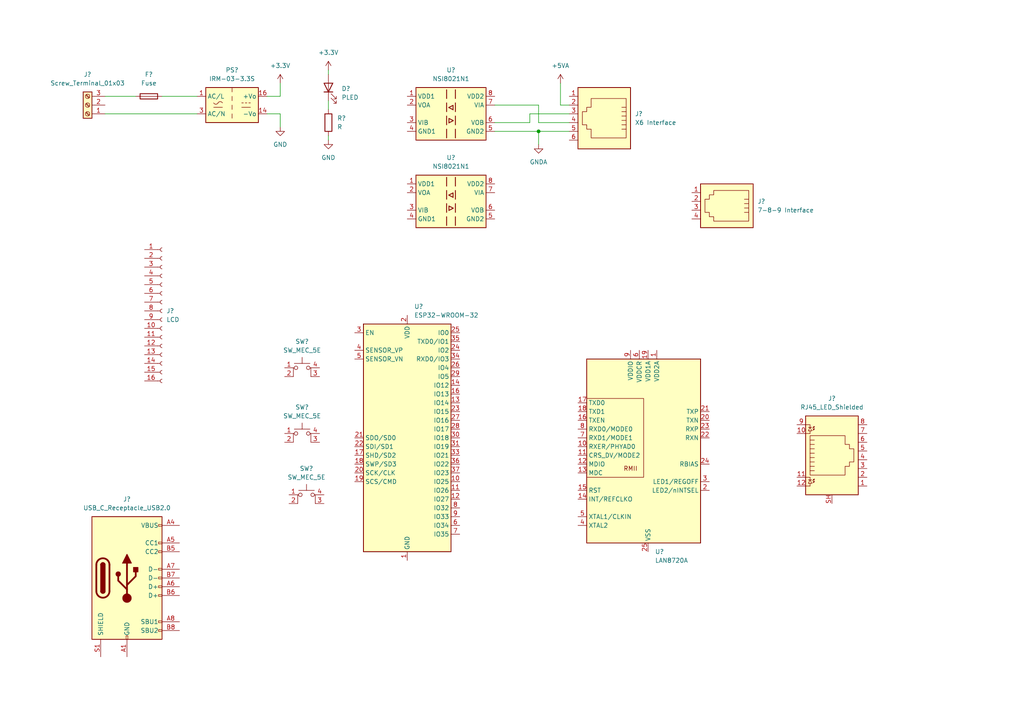
<source format=kicad_sch>
(kicad_sch (version 20211123) (generator eeschema)
  (paper "A4")
  (lib_symbols
    (symbol "Connector:Conn_01x16_Female" (pin_names (offset 1.016) hide)
      (property "Reference" "J" (at 0 20.32 0))
      (property "Value" "Conn_01x16_Female" (at 0 -22.86 0))
      (symbol "Conn_01x16_Female_1_1"
        (arc (start 0 -19.812) (mid -0.508 -20.32) (end 0 -20.828) (stroke (width 0.1524)))
        (arc (start 0 -17.272) (mid -0.508 -17.78) (end 0 -18.288) (stroke (width 0.1524)))
        (arc (start 0 -14.732) (mid -0.508 -15.24) (end 0 -15.748) (stroke (width 0.1524)))
        (arc (start 0 -12.192) (mid -0.508 -12.7) (end 0 -13.208) (stroke (width 0.1524)))
        (arc (start 0 -9.652) (mid -0.508 -10.16) (end 0 -10.668) (stroke (width 0.1524)))
        (arc (start 0 -7.112) (mid -0.508 -7.62) (end 0 -8.128) (stroke (width 0.1524)))
        (arc (start 0 -4.572) (mid -0.508 -5.08) (end 0 -5.588) (stroke (width 0.1524)))
        (arc (start 0 -2.032) (mid -0.508 -2.54) (end 0 -3.048) (stroke (width 0.1524)))
        (polyline (pts (xy -1.27 -20.32) (xy -0.508 -20.32)) (stroke (width 0.1524)))
        (polyline (pts (xy -1.27 -17.78) (xy -0.508 -17.78)) (stroke (width 0.1524)))
        (polyline (pts (xy -1.27 -15.24) (xy -0.508 -15.24)) (stroke (width 0.1524)))
        (polyline (pts (xy -1.27 -12.7) (xy -0.508 -12.7)) (stroke (width 0.1524)))
        (polyline (pts (xy -1.27 -10.16) (xy -0.508 -10.16)) (stroke (width 0.1524)))
        (polyline (pts (xy -1.27 -7.62) (xy -0.508 -7.62)) (stroke (width 0.1524)))
        (polyline (pts (xy -1.27 -5.08) (xy -0.508 -5.08)) (stroke (width 0.1524)))
        (polyline (pts (xy -1.27 -2.54) (xy -0.508 -2.54)) (stroke (width 0.1524)))
        (polyline (pts (xy -1.27 0) (xy -0.508 0)) (stroke (width 0.1524)))
        (polyline (pts (xy -1.27 2.54) (xy -0.508 2.54)) (stroke (width 0.1524)))
        (polyline (pts (xy -1.27 5.08) (xy -0.508 5.08)) (stroke (width 0.1524)))
        (polyline (pts (xy -1.27 7.62) (xy -0.508 7.62)) (stroke (width 0.1524)))
        (polyline (pts (xy -1.27 10.16) (xy -0.508 10.16)) (stroke (width 0.1524)))
        (polyline (pts (xy -1.27 12.7) (xy -0.508 12.7)) (stroke (width 0.1524)))
        (polyline (pts (xy -1.27 15.24) (xy -0.508 15.24)) (stroke (width 0.1524)))
        (polyline (pts (xy -1.27 17.78) (xy -0.508 17.78)) (stroke (width 0.1524)))
        (arc (start 0 0.508) (mid -0.508 0) (end 0 -0.508) (stroke (width 0.1524)))
        (arc (start 0 3.048) (mid -0.508 2.54) (end 0 2.032) (stroke (width 0.1524)))
        (arc (start 0 5.588) (mid -0.508 5.08) (end 0 4.572) (stroke (width 0.1524)))
        (arc (start 0 8.128) (mid -0.508 7.62) (end 0 7.112) (stroke (width 0.1524)))
        (arc (start 0 10.668) (mid -0.508 10.16) (end 0 9.652) (stroke (width 0.1524)))
        (arc (start 0 13.208) (mid -0.508 12.7) (end 0 12.192) (stroke (width 0.1524)))
        (arc (start 0 15.748) (mid -0.508 15.24) (end 0 14.732) (stroke (width 0.1524)))
        (arc (start 0 18.288) (mid -0.508 17.78) (end 0 17.272) (stroke (width 0.1524)))
        (pin passive line (at -5.08 17.78 0) (length 3.81) (name "Pin_1") (number "1"))
        (pin passive line (at -5.08 -5.08 0) (length 3.81) (name "Pin_10") (number "10"))
        (pin passive line (at -5.08 -7.62 0) (length 3.81) (name "Pin_11") (number "11"))
        (pin passive line (at -5.08 -10.16 0) (length 3.81) (name "Pin_12") (number "12"))
        (pin passive line (at -5.08 -12.7 0) (length 3.81) (name "Pin_13") (number "13"))
        (pin passive line (at -5.08 -15.24 0) (length 3.81) (name "Pin_14") (number "14"))
        (pin passive line (at -5.08 -17.78 0) (length 3.81) (name "Pin_15") (number "15"))
        (pin passive line (at -5.08 -20.32 0) (length 3.81) (name "Pin_16") (number "16"))
        (pin passive line (at -5.08 15.24 0) (length 3.81) (name "Pin_2") (number "2"))
        (pin passive line (at -5.08 12.7 0) (length 3.81) (name "Pin_3") (number "3"))
        (pin passive line (at -5.08 10.16 0) (length 3.81) (name "Pin_4") (number "4"))
        (pin passive line (at -5.08 7.62 0) (length 3.81) (name "Pin_5") (number "5"))
        (pin passive line (at -5.08 5.08 0) (length 3.81) (name "Pin_6") (number "6"))
        (pin passive line (at -5.08 2.54 0) (length 3.81) (name "Pin_7") (number "7"))
        (pin passive line (at -5.08 0 0) (length 3.81) (name "Pin_8") (number "8"))
        (pin passive line (at -5.08 -2.54 0) (length 3.81) (name "Pin_9") (number "9"))
      )
    )
    (symbol "Connector:RJ12" (pin_names (offset 1.016))
      (property "Reference" "J" (at -5.08 11.43 0))
      (property "Value" "RJ12" (at 2.54 11.43 0))
      (symbol "RJ12_0_1"
        (polyline (pts (xy -6.35 -1.905) (xy -5.08 -1.905) (xy -5.08 -1.905)))
        (polyline (pts (xy -6.35 -0.635) (xy -5.08 -0.635) (xy -5.08 -0.635)))
        (polyline (pts (xy -6.35 0.635) (xy -5.08 0.635) (xy -5.08 0.635)))
        (polyline (pts (xy -6.35 1.905) (xy -5.08 1.905) (xy -5.08 1.905)))
        (polyline (pts (xy -6.35 3.175) (xy -5.08 3.175) (xy -5.08 3.175)))
        (polyline (pts (xy -5.08 4.445) (xy -6.35 4.445) (xy -6.35 4.445)))
        (polyline (pts (xy -6.35 -4.445) (xy -6.35 6.985) (xy 3.81 6.985) (xy 3.81 4.445) (xy 5.08 4.445) (xy 5.08 3.175) (xy 6.35 3.175) (xy 6.35 -0.635) (xy 5.08 -0.635) (xy 5.08 -1.905) (xy 3.81 -1.905) (xy 3.81 -4.445) (xy -6.35 -4.445) (xy -6.35 -4.445)))
        (rectangle (start 7.62 10.16) (end -7.62 -7.62) (stroke (width 0.254)) (fill (type background)))
      )
      (symbol "RJ12_1_1"
        (pin passive line (at 10.16 -5.08 180) (length 2.54) (name "~") (number "1"))
        (pin passive line (at 10.16 -2.54 180) (length 2.54) (name "~") (number "2"))
        (pin passive line (at 10.16 0 180) (length 2.54) (name "~") (number "3"))
        (pin passive line (at 10.16 2.54 180) (length 2.54) (name "~") (number "4"))
        (pin passive line (at 10.16 5.08 180) (length 2.54) (name "~") (number "5"))
        (pin passive line (at 10.16 7.62 180) (length 2.54) (name "~") (number "6"))
      )
    )
    (symbol "Connector:RJ45_LED_Shielded" (pin_names (offset 1.016))
      (property "Reference" "J" (at -5.08 13.97 0))
      (property "Value" "RJ45_LED_Shielded" (at 1.27 13.97 0))
      (symbol "RJ45_LED_Shielded_0_1"
        (polyline (pts (xy -7.62 -7.62) (xy -6.35 -7.62)))
        (polyline (pts (xy -7.62 -5.08) (xy -6.35 -5.08)))
        (polyline (pts (xy -7.62 7.62) (xy -6.35 7.62)))
        (polyline (pts (xy -7.62 10.16) (xy -6.35 10.16)))
        (polyline (pts (xy -6.858 -5.842) (xy -5.842 -5.842)))
        (polyline (pts (xy -6.858 9.398) (xy -5.842 9.398)))
        (polyline (pts (xy -6.35 -7.62) (xy -6.35 -6.858)))
        (polyline (pts (xy -6.35 -5.08) (xy -6.35 -5.842)))
        (polyline (pts (xy -6.35 7.62) (xy -6.35 8.382)))
        (polyline (pts (xy -6.35 10.16) (xy -6.35 9.398)))
        (polyline (pts (xy -5.08 -6.223) (xy -5.207 -6.604)))
        (polyline (pts (xy -5.08 -5.588) (xy -5.207 -5.969)))
        (polyline (pts (xy -5.08 4.445) (xy -6.35 4.445)))
        (polyline (pts (xy -5.08 5.715) (xy -6.35 5.715)))
        (polyline (pts (xy -5.08 9.017) (xy -5.207 8.636)))
        (polyline (pts (xy -5.08 9.652) (xy -5.207 9.271)))
        (polyline (pts (xy -6.35 -3.175) (xy -5.08 -3.175) (xy -5.08 -3.175)))
        (polyline (pts (xy -6.35 -1.905) (xy -5.08 -1.905) (xy -5.08 -1.905)))
        (polyline (pts (xy -6.35 -0.635) (xy -5.08 -0.635) (xy -5.08 -0.635)))
        (polyline (pts (xy -6.35 0.635) (xy -5.08 0.635) (xy -5.08 0.635)))
        (polyline (pts (xy -6.35 1.905) (xy -5.08 1.905) (xy -5.08 1.905)))
        (polyline (pts (xy -5.588 -6.731) (xy -5.08 -6.223) (xy -5.461 -6.35)))
        (polyline (pts (xy -5.588 -6.096) (xy -5.08 -5.588) (xy -5.461 -5.715)))
        (polyline (pts (xy -5.588 8.509) (xy -5.08 9.017) (xy -5.461 8.89)))
        (polyline (pts (xy -5.588 9.144) (xy -5.08 9.652) (xy -5.461 9.525)))
        (polyline (pts (xy -5.08 3.175) (xy -6.35 3.175) (xy -6.35 3.175)))
        (polyline (pts (xy -6.35 -5.842) (xy -6.858 -6.858) (xy -5.842 -6.858) (xy -6.35 -5.842)))
        (polyline (pts (xy -6.35 9.398) (xy -6.858 8.382) (xy -5.842 8.382) (xy -6.35 9.398)))
        (polyline (pts (xy -6.35 -4.445) (xy -6.35 6.985) (xy 3.81 6.985) (xy 3.81 4.445) (xy 5.08 4.445) (xy 5.08 3.175) (xy 6.35 3.175) (xy 6.35 -0.635) (xy 5.08 -0.635) (xy 5.08 -1.905) (xy 3.81 -1.905) (xy 3.81 -4.445) (xy -6.35 -4.445) (xy -6.35 -4.445)))
        (rectangle (start 7.62 12.7) (end -7.62 -10.16) (stroke (width 0.254)) (fill (type background)))
      )
      (symbol "RJ45_LED_Shielded_1_1"
        (pin passive line (at 10.16 -7.62 180) (length 2.54) (name "~") (number "1"))
        (pin passive line (at -10.16 7.62 0) (length 2.54) (name "~") (number "10"))
        (pin passive line (at -10.16 -5.08 0) (length 2.54) (name "~") (number "11"))
        (pin passive line (at -10.16 -7.62 0) (length 2.54) (name "~") (number "12"))
        (pin passive line (at 10.16 -5.08 180) (length 2.54) (name "~") (number "2"))
        (pin passive line (at 10.16 -2.54 180) (length 2.54) (name "~") (number "3"))
        (pin passive line (at 10.16 0 180) (length 2.54) (name "~") (number "4"))
        (pin passive line (at 10.16 2.54 180) (length 2.54) (name "~") (number "5"))
        (pin passive line (at 10.16 5.08 180) (length 2.54) (name "~") (number "6"))
        (pin passive line (at 10.16 7.62 180) (length 2.54) (name "~") (number "7"))
        (pin passive line (at 10.16 10.16 180) (length 2.54) (name "~") (number "8"))
        (pin passive line (at -10.16 10.16 0) (length 2.54) (name "~") (number "9"))
        (pin passive line (at 0 -12.7 90) (length 2.54) (name "~") (number "SH"))
      )
    )
    (symbol "Connector:RJ9" (pin_names (offset 1.016))
      (property "Reference" "J" (at -5.08 8.89 0))
      (property "Value" "RJ9" (at 2.54 8.89 0))
      (symbol "RJ9_0_1"
        (polyline (pts (xy -6.35 -0.635) (xy -5.08 -0.635) (xy -5.08 -0.635)))
        (polyline (pts (xy -6.35 0.635) (xy -5.08 0.635) (xy -5.08 0.635)))
        (polyline (pts (xy -6.35 1.905) (xy -5.08 1.905) (xy -5.08 1.905)))
        (polyline (pts (xy -6.35 3.175) (xy -5.08 3.175) (xy -5.08 3.175)))
        (polyline (pts (xy -6.35 -3.175) (xy -6.35 5.715) (xy -1.27 5.715) (xy 3.81 5.715) (xy 3.81 4.445) (xy 5.08 4.445) (xy 5.08 3.175) (xy 6.35 3.175) (xy 6.35 -0.635) (xy 5.08 -0.635) (xy 5.08 -1.905) (xy 3.81 -1.905) (xy 3.81 -3.175) (xy -6.35 -3.175) (xy -6.35 -3.175)))
        (rectangle (start 7.62 7.62) (end -7.62 -5.08) (stroke (width 0.254)) (fill (type background)))
      )
      (symbol "RJ9_1_1"
        (pin passive line (at 10.16 -2.54 180) (length 2.54) (name "~") (number "1"))
        (pin passive line (at 10.16 0 180) (length 2.54) (name "~") (number "2"))
        (pin passive line (at 10.16 2.54 180) (length 2.54) (name "~") (number "3"))
        (pin passive line (at 10.16 5.08 180) (length 2.54) (name "~") (number "4"))
      )
    )
    (symbol "Connector:Screw_Terminal_01x03" (pin_names (offset 1.016) hide)
      (property "Reference" "J" (at 0 5.08 0))
      (property "Value" "Screw_Terminal_01x03" (at 0 -5.08 0))
      (symbol "Screw_Terminal_01x03_1_1"
        (rectangle (start -1.27 3.81) (end 1.27 -3.81) (stroke (width 0.254)) (fill (type background)))
        (circle (center 0 -2.54) (radius 0.635) (stroke (width 0.1524)))
        (polyline (pts (xy -0.5334 -2.2098) (xy 0.3302 -3.048)) (stroke (width 0.1524)))
        (polyline (pts (xy -0.5334 0.3302) (xy 0.3302 -0.508)) (stroke (width 0.1524)))
        (polyline (pts (xy -0.5334 2.8702) (xy 0.3302 2.032)) (stroke (width 0.1524)))
        (polyline (pts (xy -0.3556 -2.032) (xy 0.508 -2.8702)) (stroke (width 0.1524)))
        (polyline (pts (xy -0.3556 0.508) (xy 0.508 -0.3302)) (stroke (width 0.1524)))
        (polyline (pts (xy -0.3556 3.048) (xy 0.508 2.2098)) (stroke (width 0.1524)))
        (circle (center 0 0) (radius 0.635) (stroke (width 0.1524)))
        (circle (center 0 2.54) (radius 0.635) (stroke (width 0.1524)))
        (pin passive line (at -5.08 2.54 0) (length 3.81) (name "Pin_1") (number "1"))
        (pin passive line (at -5.08 0 0) (length 3.81) (name "Pin_2") (number "2"))
        (pin passive line (at -5.08 -2.54 0) (length 3.81) (name "Pin_3") (number "3"))
      )
    )
    (symbol "Connector:USB_C_Receptacle_USB2.0" (pin_names (offset 1.016))
      (property "Reference" "J" (at -10.16 19.05 0))
      (property "Value" "USB_C_Receptacle_USB2.0" (at 19.05 19.05 0))
      (symbol "USB_C_Receptacle_USB2.0_0_0"
        (rectangle (start -0.254 -17.78) (end 0.254 -16.764))
        (rectangle (start 10.16 -14.986) (end 9.144 -15.494))
        (rectangle (start 10.16 -12.446) (end 9.144 -12.954))
        (rectangle (start 10.16 -4.826) (end 9.144 -5.334))
        (rectangle (start 10.16 -2.286) (end 9.144 -2.794))
        (rectangle (start 10.16 0.254) (end 9.144 -0.254))
        (rectangle (start 10.16 2.794) (end 9.144 2.286))
        (rectangle (start 10.16 7.874) (end 9.144 7.366))
        (rectangle (start 10.16 10.414) (end 9.144 9.906))
        (rectangle (start 10.16 15.494) (end 9.144 14.986))
      )
      (symbol "USB_C_Receptacle_USB2.0_0_1"
        (rectangle (start -10.16 17.78) (end 10.16 -17.78) (stroke (width 0.254)) (fill (type background)))
        (arc (start -8.89 -3.81) (mid -6.985 -5.715) (end -5.08 -3.81) (stroke (width 0.508)))
        (arc (start -7.62 -3.81) (mid -6.985 -4.445) (end -6.35 -3.81) (stroke (width 0.254)))
        (arc (start -7.62 -3.81) (mid -6.985 -4.445) (end -6.35 -3.81) (stroke (width 0.254)) (fill (type outline)))
        (rectangle (start -7.62 -3.81) (end -6.35 3.81) (stroke (width 0.254)) (fill (type outline)))
        (arc (start -6.35 3.81) (mid -6.985 4.445) (end -7.62 3.81) (stroke (width 0.254)))
        (arc (start -6.35 3.81) (mid -6.985 4.445) (end -7.62 3.81) (stroke (width 0.254)) (fill (type outline)))
        (arc (start -5.08 3.81) (mid -6.985 5.715) (end -8.89 3.81) (stroke (width 0.508)))
        (circle (center -2.54 1.143) (radius 0.635) (stroke (width 0.254)) (fill (type outline)))
        (circle (center 0 -5.842) (radius 1.27) (fill (type outline)))
        (polyline (pts (xy -8.89 -3.81) (xy -8.89 3.81)) (stroke (width 0.508)))
        (polyline (pts (xy -5.08 3.81) (xy -5.08 -3.81)) (stroke (width 0.508)))
        (polyline (pts (xy 0 -5.842) (xy 0 4.318)) (stroke (width 0.508)))
        (polyline (pts (xy 0 -3.302) (xy -2.54 -0.762) (xy -2.54 0.508)) (stroke (width 0.508)))
        (polyline (pts (xy 0 -2.032) (xy 2.54 0.508) (xy 2.54 1.778)) (stroke (width 0.508)))
        (polyline (pts (xy -1.27 4.318) (xy 0 6.858) (xy 1.27 4.318) (xy -1.27 4.318)) (stroke (width 0.254)) (fill (type outline)))
        (rectangle (start 1.905 1.778) (end 3.175 3.048) (stroke (width 0.254)) (fill (type outline)))
      )
      (symbol "USB_C_Receptacle_USB2.0_1_1"
        (pin passive line (at 0 -22.86 90) (length 5.08) (name "GND") (number "A1"))
        (pin passive line (at 0 -22.86 90) (length 5.08) hide (name "GND") (number "A12"))
        (pin passive line (at 15.24 15.24 180) (length 5.08) (name "VBUS") (number "A4"))
        (pin bidirectional line (at 15.24 10.16 180) (length 5.08) (name "CC1") (number "A5"))
        (pin bidirectional line (at 15.24 -2.54 180) (length 5.08) (name "D+") (number "A6"))
        (pin bidirectional line (at 15.24 2.54 180) (length 5.08) (name "D-") (number "A7"))
        (pin bidirectional line (at 15.24 -12.7 180) (length 5.08) (name "SBU1") (number "A8"))
        (pin passive line (at 15.24 15.24 180) (length 5.08) hide (name "VBUS") (number "A9"))
        (pin passive line (at 0 -22.86 90) (length 5.08) hide (name "GND") (number "B1"))
        (pin passive line (at 0 -22.86 90) (length 5.08) hide (name "GND") (number "B12"))
        (pin passive line (at 15.24 15.24 180) (length 5.08) hide (name "VBUS") (number "B4"))
        (pin bidirectional line (at 15.24 7.62 180) (length 5.08) (name "CC2") (number "B5"))
        (pin bidirectional line (at 15.24 -5.08 180) (length 5.08) (name "D+") (number "B6"))
        (pin bidirectional line (at 15.24 0 180) (length 5.08) (name "D-") (number "B7"))
        (pin bidirectional line (at 15.24 -15.24 180) (length 5.08) (name "SBU2") (number "B8"))
        (pin passive line (at 15.24 15.24 180) (length 5.08) hide (name "VBUS") (number "B9"))
        (pin passive line (at -7.62 -22.86 90) (length 5.08) (name "SHIELD") (number "S1"))
      )
    )
    (symbol "Converter_ACDC:IRM-03-3.3S"
      (property "Reference" "PS" (at 0 6.35 0))
      (property "Value" "IRM-03-3.3S" (at 0 -6.35 0))
      (symbol "IRM-03-3.3S_0_1"
        (rectangle (start -7.62 5.08) (end 7.62 -5.08) (stroke (width 0.254)) (fill (type background)))
        (arc (start -5.334 0.635) (mid -4.699 0.2495) (end -4.064 0.635))
        (arc (start -2.794 0.635) (mid -3.429 1.0072) (end -4.064 0.635))
        (polyline (pts (xy -5.334 -0.635) (xy -2.794 -0.635)))
        (polyline (pts (xy 0 -2.54) (xy 0 -3.81)))
        (polyline (pts (xy 0 0) (xy 0 -1.27)))
        (polyline (pts (xy 0 2.54) (xy 0 1.27)))
        (polyline (pts (xy 0 5.08) (xy 0 3.81)))
        (polyline (pts (xy 2.794 -0.635) (xy 5.334 -0.635)))
        (polyline (pts (xy 2.794 0.635) (xy 3.302 0.635)))
        (polyline (pts (xy 3.81 0.635) (xy 4.318 0.635)))
        (polyline (pts (xy 4.826 0.635) (xy 5.334 0.635)))
      )
      (symbol "IRM-03-3.3S_1_1"
        (pin power_in line (at -10.16 2.54 0) (length 2.54) (name "AC/L") (number "1"))
        (pin power_out line (at 10.16 -2.54 180) (length 2.54) (name "-Vo") (number "14"))
        (pin power_out line (at 10.16 2.54 180) (length 2.54) (name "+Vo") (number "16"))
        (pin power_in line (at -10.16 -2.54 0) (length 2.54) (name "AC/N") (number "3"))
      )
    )
    (symbol "Device:Fuse" (pin_numbers hide) (pin_names (offset 0))
      (property "Reference" "F" (at 2.032 0 90))
      (property "Value" "Fuse" (at -1.905 0 90))
      (symbol "Fuse_0_1"
        (rectangle (start -0.762 -2.54) (end 0.762 2.54) (stroke (width 0.254)))
        (polyline (pts (xy 0 2.54) (xy 0 -2.54)))
      )
      (symbol "Fuse_1_1"
        (pin passive line (at 0 3.81 270) (length 1.27) (name "~") (number "1"))
        (pin passive line (at 0 -3.81 90) (length 1.27) (name "~") (number "2"))
      )
    )
    (symbol "Device:LED" (pin_numbers hide) (pin_names (offset 1.016) hide)
      (property "Reference" "D" (at 0 2.54 0))
      (property "Value" "LED" (at 0 -2.54 0))
      (symbol "LED_0_1"
        (polyline (pts (xy -1.27 -1.27) (xy -1.27 1.27)) (stroke (width 0.254)))
        (polyline (pts (xy -1.27 0) (xy 1.27 0)))
        (polyline (pts (xy 1.27 -1.27) (xy 1.27 1.27) (xy -1.27 0) (xy 1.27 -1.27)) (stroke (width 0.254)))
        (polyline (pts (xy -3.048 -0.762) (xy -4.572 -2.286) (xy -3.81 -2.286) (xy -4.572 -2.286) (xy -4.572 -1.524)))
        (polyline (pts (xy -1.778 -0.762) (xy -3.302 -2.286) (xy -2.54 -2.286) (xy -3.302 -2.286) (xy -3.302 -1.524)))
      )
      (symbol "LED_1_1"
        (pin passive line (at -3.81 0 0) (length 2.54) (name "K") (number "1"))
        (pin passive line (at 3.81 0 180) (length 2.54) (name "A") (number "2"))
      )
    )
    (symbol "Device:R" (pin_numbers hide) (pin_names (offset 0))
      (property "Reference" "R" (at 2.032 0 90))
      (property "Value" "R" (at 0 0 90))
      (symbol "R_0_1"
        (rectangle (start -1.016 -2.54) (end 1.016 2.54) (stroke (width 0.254)))
      )
      (symbol "R_1_1"
        (pin passive line (at 0 3.81 270) (length 1.27) (name "~") (number "1"))
        (pin passive line (at 0 -3.81 90) (length 1.27) (name "~") (number "2"))
      )
    )
    (symbol "Interface_Ethernet:LAN8720A"
      (property "Reference" "U" (at -13.97 29.21 0))
      (property "Value" "LAN8720A" (at 15.24 29.21 0))
      (symbol "LAN8720A_0_0"
        (text "RMII" (at -5.08 -3.81 0) (effects (font (size 1.27 1.27))))
      )
      (symbol "LAN8720A_0_1"
        (rectangle (start -17.78 27.94) (end 15.24 -25.4) (stroke (width 0.254)) (fill (type background)))
        (polyline (pts (xy -17.78 -6.35) (xy -1.27 -6.35) (xy -1.27 16.51) (xy -17.78 16.51)))
      )
      (symbol "LAN8720A_1_1"
        (pin power_in line (at 2.54 30.48 270) (length 2.54) (name "VDD2A") (number "1"))
        (pin output line (at -20.32 2.54 0) (length 2.54) (name "RXER/PHYAD0") (number "10"))
        (pin output line (at -20.32 0 0) (length 2.54) (name "CRS_DV/MODE2") (number "11"))
        (pin bidirectional line (at -20.32 -2.54 0) (length 2.54) (name "MDIO") (number "12"))
        (pin input line (at -20.32 -5.08 0) (length 2.54) (name "MDC") (number "13"))
        (pin output line (at -20.32 -12.7 0) (length 2.54) (name "INT/REFCLKO") (number "14"))
        (pin input line (at -20.32 -10.16 0) (length 2.54) (name "RST") (number "15"))
        (pin input line (at -20.32 10.16 0) (length 2.54) (name "TXEN") (number "16"))
        (pin input line (at -20.32 15.24 0) (length 2.54) (name "TXD0") (number "17"))
        (pin input line (at -20.32 12.7 0) (length 2.54) (name "TXD1") (number "18"))
        (pin power_in line (at 0 30.48 270) (length 2.54) (name "VDD1A") (number "19"))
        (pin bidirectional line (at 17.78 -10.16 180) (length 2.54) (name "LED2/nINTSEL") (number "2"))
        (pin output line (at 17.78 10.16 180) (length 2.54) (name "TXN") (number "20"))
        (pin output line (at 17.78 12.7 180) (length 2.54) (name "TXP") (number "21"))
        (pin output line (at 17.78 5.08 180) (length 2.54) (name "RXN") (number "22"))
        (pin output line (at 17.78 7.62 180) (length 2.54) (name "RXP") (number "23"))
        (pin input line (at 17.78 -2.54 180) (length 2.54) (name "RBIAS") (number "24"))
        (pin power_in line (at 0 -27.94 90) (length 2.54) (name "VSS") (number "25"))
        (pin bidirectional line (at 17.78 -7.62 180) (length 2.54) (name "LED1/REGOFF") (number "3"))
        (pin passive line (at -20.32 -20.32 0) (length 2.54) (name "XTAL2") (number "4"))
        (pin passive line (at -20.32 -17.78 0) (length 2.54) (name "XTAL1/CLKIN") (number "5"))
        (pin power_in line (at -2.54 30.48 270) (length 2.54) (name "VDDCR") (number "6"))
        (pin output line (at -20.32 5.08 0) (length 2.54) (name "RXD1/MODE1") (number "7"))
        (pin output line (at -20.32 7.62 0) (length 2.54) (name "RXD0/MODE0") (number "8"))
        (pin power_in line (at -5.08 30.48 270) (length 2.54) (name "VDDIO") (number "9"))
      )
    )
    (symbol "RF_Module:ESP32-WROOM-32"
      (property "Reference" "U" (at -12.7 34.29 0))
      (property "Value" "ESP32-WROOM-32" (at 1.27 34.29 0))
      (symbol "ESP32-WROOM-32_0_1"
        (rectangle (start -12.7 33.02) (end 12.7 -33.02) (stroke (width 0.254)) (fill (type background)))
      )
      (symbol "ESP32-WROOM-32_1_1"
        (pin power_in line (at 0 -35.56 90) (length 2.54) (name "GND") (number "1"))
        (pin bidirectional line (at 15.24 -12.7 180) (length 2.54) (name "IO25") (number "10"))
        (pin bidirectional line (at 15.24 -15.24 180) (length 2.54) (name "IO26") (number "11"))
        (pin bidirectional line (at 15.24 -17.78 180) (length 2.54) (name "IO27") (number "12"))
        (pin bidirectional line (at 15.24 10.16 180) (length 2.54) (name "IO14") (number "13"))
        (pin bidirectional line (at 15.24 15.24 180) (length 2.54) (name "IO12") (number "14"))
        (pin passive line (at 0 -35.56 90) (length 2.54) hide (name "GND") (number "15"))
        (pin bidirectional line (at 15.24 12.7 180) (length 2.54) (name "IO13") (number "16"))
        (pin bidirectional line (at -15.24 -5.08 0) (length 2.54) (name "SHD/SD2") (number "17"))
        (pin bidirectional line (at -15.24 -7.62 0) (length 2.54) (name "SWP/SD3") (number "18"))
        (pin bidirectional line (at -15.24 -12.7 0) (length 2.54) (name "SCS/CMD") (number "19"))
        (pin power_in line (at 0 35.56 270) (length 2.54) (name "VDD") (number "2"))
        (pin bidirectional line (at -15.24 -10.16 0) (length 2.54) (name "SCK/CLK") (number "20"))
        (pin bidirectional line (at -15.24 0 0) (length 2.54) (name "SDO/SD0") (number "21"))
        (pin bidirectional line (at -15.24 -2.54 0) (length 2.54) (name "SDI/SD1") (number "22"))
        (pin bidirectional line (at 15.24 7.62 180) (length 2.54) (name "IO15") (number "23"))
        (pin bidirectional line (at 15.24 25.4 180) (length 2.54) (name "IO2") (number "24"))
        (pin bidirectional line (at 15.24 30.48 180) (length 2.54) (name "IO0") (number "25"))
        (pin bidirectional line (at 15.24 20.32 180) (length 2.54) (name "IO4") (number "26"))
        (pin bidirectional line (at 15.24 5.08 180) (length 2.54) (name "IO16") (number "27"))
        (pin bidirectional line (at 15.24 2.54 180) (length 2.54) (name "IO17") (number "28"))
        (pin bidirectional line (at 15.24 17.78 180) (length 2.54) (name "IO5") (number "29"))
        (pin input line (at -15.24 30.48 0) (length 2.54) (name "EN") (number "3"))
        (pin bidirectional line (at 15.24 0 180) (length 2.54) (name "IO18") (number "30"))
        (pin bidirectional line (at 15.24 -2.54 180) (length 2.54) (name "IO19") (number "31"))
        (pin no_connect line (at -12.7 -27.94 0) (length 2.54) hide (name "NC") (number "32"))
        (pin bidirectional line (at 15.24 -5.08 180) (length 2.54) (name "IO21") (number "33"))
        (pin bidirectional line (at 15.24 22.86 180) (length 2.54) (name "RXD0/IO3") (number "34"))
        (pin bidirectional line (at 15.24 27.94 180) (length 2.54) (name "TXD0/IO1") (number "35"))
        (pin bidirectional line (at 15.24 -7.62 180) (length 2.54) (name "IO22") (number "36"))
        (pin bidirectional line (at 15.24 -10.16 180) (length 2.54) (name "IO23") (number "37"))
        (pin passive line (at 0 -35.56 90) (length 2.54) hide (name "GND") (number "38"))
        (pin passive line (at 0 -35.56 90) (length 2.54) hide (name "GND") (number "39"))
        (pin input line (at -15.24 25.4 0) (length 2.54) (name "SENSOR_VP") (number "4"))
        (pin input line (at -15.24 22.86 0) (length 2.54) (name "SENSOR_VN") (number "5"))
        (pin input line (at 15.24 -25.4 180) (length 2.54) (name "IO34") (number "6"))
        (pin input line (at 15.24 -27.94 180) (length 2.54) (name "IO35") (number "7"))
        (pin bidirectional line (at 15.24 -20.32 180) (length 2.54) (name "IO32") (number "8"))
        (pin bidirectional line (at 15.24 -22.86 180) (length 2.54) (name "IO33") (number "9"))
      )
    )
    (symbol "Switch:SW_MEC_5E" (pin_names (offset 1.016) hide)
      (property "Reference" "SW" (at 0.635 5.715 0))
      (property "Value" "SW_MEC_5E" (at 0 -3.175 0))
      (symbol "SW_MEC_5E_0_1"
        (circle (center -1.778 2.54) (radius 0.508))
        (polyline (pts (xy -2.286 3.81) (xy 2.286 3.81)))
        (polyline (pts (xy 0 3.81) (xy 0 5.588)))
        (polyline (pts (xy -2.54 0) (xy -2.54 2.54) (xy -2.286 2.54)))
        (polyline (pts (xy 2.54 0) (xy 2.54 2.54) (xy 2.286 2.54)))
        (circle (center 1.778 2.54) (radius 0.508))
        (pin passive line (at -5.08 2.54 0) (length 2.54) (name "1") (number "1"))
        (pin passive line (at -5.08 0 0) (length 2.54) (name "2") (number "2"))
        (pin passive line (at 5.08 0 180) (length 2.54) (name "K") (number "3"))
        (pin passive line (at 5.08 2.54 180) (length 2.54) (name "A") (number "4"))
      )
    )
    (symbol "crexy:NSI8021N1" (in_bom no)
      (property "Reference" "U" (at -10.16 8.89 0))
      (property "Value" "NSI8021N1" (at 0 8.89 0))
      (symbol "NSI8021N1_0_1"
        (rectangle (start -10.16 7.62) (end 10.16 -7.62) (stroke (width 0.254)) (fill (type background)))
        (polyline (pts (xy -1.27 -4.445) (xy -1.27 -6.985)) (stroke (width 0.254)))
        (polyline (pts (xy -1.27 -0.635) (xy -1.27 -3.175)) (stroke (width 0.254)))
        (polyline (pts (xy -1.27 3.175) (xy -1.27 0.635)) (stroke (width 0.254)))
        (polyline (pts (xy -1.27 6.985) (xy -1.27 4.445)) (stroke (width 0.254)))
        (polyline (pts (xy 1.27 -4.445) (xy 1.27 -6.985)) (stroke (width 0.254)))
        (polyline (pts (xy 1.27 -0.635) (xy 1.27 -3.175)) (stroke (width 0.254)))
        (polyline (pts (xy 1.27 3.175) (xy 1.27 0.635)) (stroke (width 0.254)))
        (polyline (pts (xy 1.27 6.985) (xy 1.27 4.445)) (stroke (width 0.254)))
        (polyline (pts (xy -0.6 -2.6) (xy 0.67 -1.965) (xy -0.6 -1.33) (xy -0.6 -2.6)) (stroke (width 0.254)))
        (polyline (pts (xy 0.6 1.2) (xy 0.6 2.47) (xy -0.67 1.835) (xy 0.6 1.2)) (stroke (width 0.254)))
      )
      (symbol "NSI8021N1_1_1"
        (pin power_in line (at -12.7 5.08 0) (length 2.54) (name "VDD1") (number "1"))
        (pin output line (at -12.7 2.54 0) (length 2.54) (name "VOA") (number "2"))
        (pin input line (at -12.7 -2.54 0) (length 2.54) (name "VIB") (number "3"))
        (pin power_in line (at -12.7 -5.08 0) (length 2.54) (name "GND1") (number "4"))
        (pin power_in line (at 12.7 -5.08 180) (length 2.54) (name "GND2") (number "5"))
        (pin output line (at 12.7 -2.54 180) (length 2.54) (name "VOB") (number "6"))
        (pin input line (at 12.7 2.54 180) (length 2.54) (name "VIA") (number "7"))
        (pin power_in line (at 12.7 5.08 180) (length 2.54) (name "VDD2") (number "8"))
      )
    )
    (symbol "power:+3.3V" (power) (pin_names (offset 0))
      (property "Value" "+3.3V" (at 0 3.556 0))
      (symbol "+3.3V_0_1"
        (polyline (pts (xy -0.762 1.27) (xy 0 2.54)))
        (polyline (pts (xy 0 0) (xy 0 2.54)))
        (polyline (pts (xy 0 2.54) (xy 0.762 1.27)))
      )
      (symbol "+3.3V_1_1"
        (pin power_in line (at 0 0 90) (length 0) hide (name "+3.3V") (number "1"))
      )
    )
    (symbol "power:+5VA" (power) (pin_names (offset 0))
      (property "Value" "+5VA" (at 0 3.556 0))
      (symbol "+5VA_0_1"
        (polyline (pts (xy -0.762 1.27) (xy 0 2.54)))
        (polyline (pts (xy 0 0) (xy 0 2.54)))
        (polyline (pts (xy 0 2.54) (xy 0.762 1.27)))
      )
      (symbol "+5VA_1_1"
        (pin power_in line (at 0 0 90) (length 0) hide (name "+5VA") (number "1"))
      )
    )
    (symbol "power:GND" (power) (pin_names (offset 0))
      (property "Value" "GND" (at 0 -3.81 0))
      (symbol "GND_0_1"
        (polyline (pts (xy 0 0) (xy 0 -1.27) (xy 1.27 -1.27) (xy 0 -2.54) (xy -1.27 -1.27) (xy 0 -1.27)))
      )
      (symbol "GND_1_1"
        (pin power_in line (at 0 0 270) (length 0) hide (name "GND") (number "1"))
      )
    )
    (symbol "power:GNDA" (power) (pin_names (offset 0))
      (property "Value" "GNDA" (at 0 -3.81 0))
      (symbol "GNDA_0_1"
        (polyline (pts (xy 0 0) (xy 0 -1.27) (xy 1.27 -1.27) (xy 0 -2.54) (xy -1.27 -1.27) (xy 0 -1.27)))
      )
      (symbol "GNDA_1_1"
        (pin power_in line (at 0 0 270) (length 0) hide (name "GNDA") (number "1"))
      )
    )
  )
  (junction (at 156.21 38.1))
  (wire (pts (xy 153.67 35.56) (xy 153.67 33.02)))
  (wire (pts (xy 143.51 35.56) (xy 153.67 35.56)))
  (wire (pts (xy 30.48 33.02) (xy 57.15 33.02)))
  (wire (pts (xy 95.25 39.37) (xy 95.25 40.64)))
  (wire (pts (xy 143.51 30.48) (xy 156.21 30.48)))
  (wire (pts (xy 156.21 41.91) (xy 156.21 38.1)))
  (wire (pts (xy 156.21 38.1) (xy 165.1 38.1)))
  (wire (pts (xy 165.1 30.48) (xy 162.56 30.48)))
  (wire (pts (xy 95.25 20.32) (xy 95.25 21.59)))
  (wire (pts (xy 46.99 27.94) (xy 57.15 27.94)))
  (wire (pts (xy 81.28 27.94) (xy 81.28 24.13)))
  (wire (pts (xy 156.21 30.48) (xy 156.21 35.56)))
  (wire (pts (xy 95.25 29.21) (xy 95.25 31.75)))
  (wire (pts (xy 81.28 33.02) (xy 81.28 36.83)))
  (wire (pts (xy 162.56 24.13) (xy 162.56 30.48)))
  (wire (pts (xy 143.51 38.1) (xy 156.21 38.1)))
  (wire (pts (xy 77.47 27.94) (xy 81.28 27.94)))
  (wire (pts (xy 30.48 27.94) (xy 39.37 27.94)))
  (wire (pts (xy 156.21 35.56) (xy 165.1 35.56)))
  (wire (pts (xy 153.67 33.02) (xy 165.1 33.02)))
  (wire (pts (xy 77.47 33.02) (xy 81.28 33.02)))
  (symbol (lib_id "crexy:NSI8021N1") (at 130.81 58.42 0) (unit 1) (in_bom no)
    (property "Reference" "U?" (at 130.81 45.72 0))
    (property "Value" "NSI8021N1" (at 130.81 48.26 0))
    (property "Footprint" "Package_SO:SO-8_3.9x4.9mm_P1.27mm" (effects hide))
    (property "Datasheet" "https://datasheet.lcsc.com/lcsc/2012231310_NOVOSENSE-NSI8021N1-DSPR_C917451.pdf" (effects hide))
  )
  (symbol (lib_id "Switch:SW_MEC_5E") (at 88.9 146.05 0) (unit 1)
    (property "Reference" "SW?" (at 88.9 135.89 0))
    (property "Value" "SW_MEC_5E" (at 88.9 138.43 0))
    (property "Datasheet" "http://www.apem.com/int/index.php?controller=attachment&id_attachment=1371" (effects hide))
  )
  (symbol (lib_id "Device:R") (at 95.25 35.56 180) (unit 1)
    (property "Reference" "R?" (at 97.79 34.2899 0) (effects (justify right)))
    (property "Value" "R" (at 97.79 36.8299 0) (effects (justify right)))
  )
  (symbol (lib_id "Device:Fuse") (at 43.18 27.94 90) (unit 1)
    (property "Reference" "F?" (at 43.18 21.59 90))
    (property "Value" "Fuse" (at 43.18 24.13 90))
  )
  (symbol (lib_id "Connector:RJ45_LED_Shielded") (at 241.3 133.35 0) (unit 1)
    (property "Reference" "J?" (at 241.3 115.57 0))
    (property "Value" "RJ45_LED_Shielded" (at 241.3 118.11 0))
    (property "Footprint" "Connector_RJ:RJ45_Hanrun_HR911105A" (effects hide))
  )
  (symbol (lib_id "Converter_ACDC:IRM-03-3.3S") (at 67.31 30.48 0) (unit 1)
    (property "Reference" "PS?" (at 67.31 20.32 0))
    (property "Value" "IRM-03-3.3S" (at 67.31 22.86 0))
    (property "Footprint" "Converter_ACDC:Converter_ACDC_MeanWell_IRM-03-xx_SMD" (effects hide))
    (property "Datasheet" "https://www.meanwell.com/Upload/PDF/IRM-03/IRM-03-SPEC.PDF" (effects hide))
  )
  (symbol (lib_id "Switch:SW_MEC_5E") (at 87.63 109.22 0) (unit 1)
    (property "Reference" "SW?" (at 87.63 99.06 0))
    (property "Value" "SW_MEC_5E" (at 87.63 101.6 0))
    (property "Datasheet" "http://www.apem.com/int/index.php?controller=attachment&id_attachment=1371" (effects hide))
  )
  (symbol (lib_id "Device:LED") (at 95.25 25.4 90) (unit 1)
    (property "Reference" "D?" (at 99.06 25.7174 90) (effects (justify right)))
    (property "Value" "PLED" (at 99.06 28.2574 90) (effects (justify right)))
  )
  (symbol (lib_id "Connector:USB_C_Receptacle_USB2.0") (at 36.83 167.64 0) (unit 1)
    (property "Reference" "J?" (at 36.83 144.78 0))
    (property "Value" "USB_C_Receptacle_USB2.0" (at 36.83 147.32 0))
    (property "Datasheet" "https://www.usb.org/sites/default/files/documents/usb_type-c.zip" (effects hide))
  )
  (symbol (lib_id "crexy:NSI8021N1") (at 130.81 33.02 0) (unit 1) (in_bom no)
    (property "Reference" "U?" (at 130.81 20.32 0))
    (property "Value" "NSI8021N1" (at 130.81 22.86 0))
    (property "Footprint" "Package_SO:SO-8_3.9x4.9mm_P1.27mm" (effects hide))
    (property "Datasheet" "https://datasheet.lcsc.com/lcsc/2012231310_NOVOSENSE-NSI8021N1-DSPR_C917451.pdf" (effects hide))
  )
  (symbol (lib_id "power:+3.3V") (at 95.25 20.32 0) (unit 1)
    (property "Reference" "#PWR?" (effects hide))
    (property "Value" "+3.3V" (at 95.25 15.24 0))
  )
  (symbol (lib_id "Connector:Screw_Terminal_01x03") (at 25.4 30.48 180) (unit 1)
    (property "Reference" "J?" (at 25.4 21.59 0))
    (property "Value" "Screw_Terminal_01x03" (at 25.4 24.13 0))
  )
  (symbol (lib_id "power:GNDA") (at 156.21 41.91 0) (unit 1)
    (property "Reference" "#PWR?" (effects hide))
    (property "Value" "GNDA" (at 156.21 46.99 0))
  )
  (symbol (lib_id "power:GND") (at 95.25 40.64 0) (unit 1)
    (property "Reference" "#PWR?" (effects hide))
    (property "Value" "GND" (at 95.25 45.72 0))
  )
  (symbol (lib_id "Interface_Ethernet:LAN8720A") (at 187.96 132.08 0) (unit 1)
    (property "Reference" "U?" (at 189.9794 160.02 0) (effects (justify left)))
    (property "Value" "LAN8720A" (at 189.9794 162.56 0) (effects (justify left)))
    (property "Footprint" "Package_DFN_QFN:QFN-24-1EP_4x4mm_P0.5mm_EP2.6x2.6mm" (effects hide))
    (property "Datasheet" "http://ww1.microchip.com/downloads/en/DeviceDoc/8720a.pdf" (effects hide))
  )
  (symbol (lib_id "Connector:RJ12") (at 175.26 33.02 180) (unit 1)
    (property "Reference" "J?" (at 184.15 33.0199 0) (effects (justify right)))
    (property "Value" "X6 Interface" (at 184.15 35.5599 0) (effects (justify right)))
  )
  (symbol (lib_id "power:GND") (at 81.28 36.83 0) (unit 1)
    (property "Reference" "#PWR?" (effects hide))
    (property "Value" "GND" (at 81.28 41.91 0))
  )
  (symbol (lib_id "Connector:RJ9") (at 210.82 58.42 180) (unit 1)
    (property "Reference" "J?" (at 219.71 58.4199 0) (effects (justify right)))
    (property "Value" "7-8-9 Interface" (at 219.71 60.9599 0) (effects (justify right)))
  )
  (symbol (lib_id "Connector:Conn_01x16_Female") (at 46.99 90.17 0) (unit 1)
    (property "Reference" "J?" (at 48.26 90.1699 0) (effects (justify left)))
    (property "Value" "LCD" (at 48.26 92.7099 0) (effects (justify left)))
  )
  (symbol (lib_id "power:+5VA") (at 162.56 24.13 0) (unit 1)
    (property "Reference" "#PWR?" (effects hide))
    (property "Value" "+5VA" (at 162.56 19.05 0))
  )
  (symbol (lib_id "power:+3.3V") (at 81.28 24.13 0) (unit 1)
    (property "Reference" "#PWR?" (effects hide))
    (property "Value" "+3.3V" (at 81.28 19.05 0))
  )
  (symbol (lib_id "RF_Module:ESP32-WROOM-32") (at 118.11 127 0) (unit 1)
    (property "Reference" "U?" (at 120.1294 88.9 0) (effects (justify left)))
    (property "Value" "ESP32-WROOM-32" (at 120.1294 91.44 0) (effects (justify left)))
    (property "Footprint" "RF_Module:ESP32-WROOM-32" (effects hide))
    (property "Datasheet" "https://www.espressif.com/sites/default/files/documentation/esp32-wroom-32_datasheet_en.pdf" (effects hide))
  )
  (symbol (lib_id "Switch:SW_MEC_5E") (at 87.63 128.27 0) (unit 1)
    (property "Reference" "SW?" (at 87.63 118.11 0))
    (property "Value" "SW_MEC_5E" (at 87.63 120.65 0))
    (property "Datasheet" "http://www.apem.com/int/index.php?controller=attachment&id_attachment=1371" (effects hide))
  )
)
</source>
